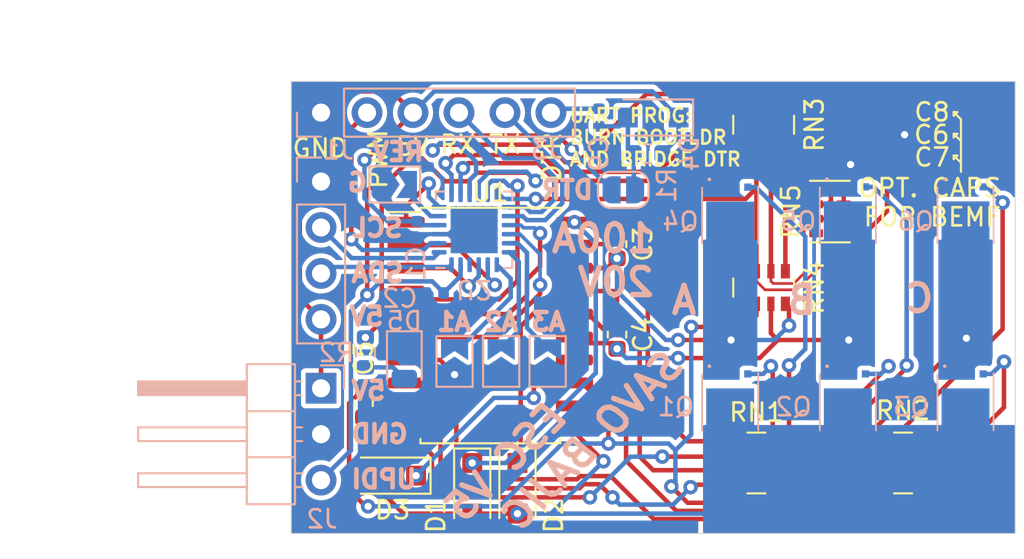
<source format=kicad_pcb>
(kicad_pcb (version 20221018) (generator pcbnew)
  (title_block (title "ESC") (date "2021-11-22") (rev "5") (company "Savo Bajic"))
  (layers (0 "F.Cu" signal) (31 "B.Cu" signal) (34 "B.Paste" user) (35 "F.Paste" user) (36 "B.SilkS" user "B.Silkscreen") (37 "F.SilkS" user "F.Silkscreen") (38 "B.Mask" user) (39 "F.Mask" user) (44 "Edge.Cuts" user))
  (net 0 "")
  (net 1 "GND")
  (net 2 "+5V")
  (net 3 "A_{OUT}")
  (net 4 "/RESET")
  (net 5 "B_{OUT}")
  (net 6 "Net-(D1-K)")
  (net 7 "C_{OUT}")
  (net 8 "Net-(D2-K)")
  (net 9 "/DTR")
  (net 10 "Net-(D3-K)")
  (net 11 "+BATT")
  (net 12 "/SDA")
  (net 13 "/SCL")
  (net 14 "/TX")
  (net 15 "/RX")
  (net 16 "/PWM_{IN}")
  (net 17 "/REVERSE")
  (net 18 "/A_{HOF}")
  (net 19 "/B_{HOF}")
  (net 20 "/C_{HOF}")
  (net 21 "/A_{LOF}")
  (net 22 "/B_{LOF}")
  (net 23 "/C_{LOF}")
  (net 24 "/A_{HO}")
  (net 25 "/A_{LO}")
  (net 26 "/B_{HO}")
  (net 27 "/B_{LO}")
  (net 28 "/C_{HO}")
  (net 29 "/C_{LO}")
  (net 30 "Net-(D4-A)")
  (net 31 "Net-(D5-A)")
  (net 42 "/BEMF_{B}")
  (net 43 "/BEMF_{C}")
  (net 44 "/BEMF_{A}")
  (net 46 "/LED")
  (net 47 "/ADD_{1}")
  (net 48 "/ADD_{2}")
  (net 49 "/ADD_{3}")
  (net 50 "/BEMF_{ZERO}")
  (net 51 "/PWM_{0}")
  (net 52 "/PWM_{1}")
  (net 53 "/PWM_{2}")
  (net 54 "/PWM_{4}")
  (net 55 "/PWM_{3}")
  (net 56 "/PWM_{5}")
  (footprint "Capacitor_SMD:C_0603_1608Metric" (layer "F.Cu") (at 138 149 -90)
    (fp_text reference "C3")
    (fp_text value "1u")
  )
  (footprint "Capacitor_SMD:C_0603_1608Metric" (layer "F.Cu") (at 138 154 -90)
    (fp_text reference "C4")
    (fp_text value "1u")
  )
  (footprint "Capacitor_SMD:C_0603_1608Metric" (layer "F.Cu") (at 124 157.7875 90)
    (fp_text reference "C5")
    (fp_text value "1u")
  )
  (footprint "Capacitor_SMD:C_0402_1005Metric" (layer "F.Cu") (at 153.4 142.95)
    (fp_text reference "C6")
    (fp_text value "1n")
  )
  (footprint "Capacitor_SMD:C_0402_1005Metric" (layer "F.Cu") (at 153.4 144.2)
    (fp_text reference "C7")
    (fp_text value "1n")
  )
  (footprint "Capacitor_SMD:C_0402_1005Metric" (layer "F.Cu") (at 153.4 141.7)
    (fp_text reference "C8")
    (fp_text value "1n")
  )
  (footprint "Diode_SMD:D_SOD-123F" (layer "F.Cu") (at 130 162.5 -90)
    (fp_text reference "D1")
    (fp_text value "DSS15UTR")
  )
  (footprint "Diode_SMD:D_SOD-123F" (layer "F.Cu") (at 132.5 162.5 -90)
    (fp_text reference "D2")
    (fp_text value "DSS15UTR")
  )
  (footprint "Diode_SMD:D_SOD-123F" (layer "F.Cu") (at 125.5 161.8 180)
    (fp_text reference "D3")
    (fp_text value "DSS15UTR")
  )
  (footprint "Resistor_SMD:R_Array_Convex_4x0603" (layer "F.Cu") (at 146.1 151.4 -90)
    (fp_text reference "RN4")
    (fp_text value "33k")
  )
  (footprint "Resistor_SMD:R_Cat16-4" (layer "F.Cu") (at 149.76 147.2)
    (fp_text reference "RN5")
    (fp_text value "10k")
  )
  (footprint "Resistor_SMD:R_Array_Convex_4x0603" (layer "F.Cu") (at 145.7 161.1)
    (fp_text reference "RN1")
    (fp_text value "20")
  )
  (footprint "Resistor_SMD:R_Array_Convex_4x0603" (layer "F.Cu") (at 153.8 161.1 180)
    (fp_text reference "RN2")
    (fp_text value "20")
  )
  (footprint "Resistor_SMD:R_Array_Convex_4x0603" (layer "F.Cu") (at 146.1 142.4 -90)
    (fp_text reference "RN3")
    (fp_text value "33k")
  )
  (footprint "Package_SO:SOIC-20W_7.5x12.8mm_P1.27mm" (layer "F.Cu") (at 131 153.5)
    (fp_text reference "U1")
    (fp_text value "IRS2334S")
  )
  (footprint "Capacitor_SMD:C_0402_1005Metric" (layer "B.Cu") (at 126.948 148.217 -90)
    (fp_text reference "C1")
    (fp_text value "0u1")
  )
  (footprint "Capacitor_SMD:C_0402_1005Metric" (layer "B.Cu") (at 127.933 151.702)
    (fp_text reference "C2")
    (fp_text value "4n7")
  )
  (footprint "Capacitor_SMD:C_0402_1005Metric" (layer "B.Cu") (at 137 142 90)
    (fp_text reference "C9")
    (fp_text value "0u1")
  )
  (footprint "Diode_SMD:D_SOD-123F" (layer "B.Cu") (at 140 142 180)
    (fp_text reference "D4")
    (fp_text value "DSS15UTR")
  )
  (footprint "Connector_PinSocket_2.54mm:PinSocket_1x04_P2.54mm_Vertical" (layer "B.Cu") (at 121.65 145.54 180)
    (fp_text reference "J1")
    (fp_text value "I2C")
  )
  (footprint "Connector_PinHeader_2.54mm:PinHeader_1x03_P2.54mm_Horizontal" (layer "B.Cu") (at 121.65 156.97 180)
    (fp_text reference "J2")
    (fp_text value "UPDI")
  )
  (footprint "Connector_PinSocket_2.54mm:PinSocket_1x06_P2.54mm_Vertical" (layer "B.Cu") (at 121.65 141.73 -90)
    (fp_text reference "J3")
    (fp_text value "SERIAL/PWM")
  )
  (footprint "Jumper:SolderJumper-2_P1.3mm_Open_TrianglePad1.0x1.5mm" (layer "B.Cu") (at 125.723 145.702)
    (fp_text reference "JP1")
    (fp_text value "SolderJumper_2_Open" hide)
  )
  (footprint "Jumper:SolderJumper-2_P1.3mm_Open_TrianglePad1.0x1.5mm" (layer "B.Cu") (at 134.168 155.488 90)
    (fp_text reference "JP2")
    (fp_text value "SolderJumper_2_Open" hide)
  )
  (footprint "Jumper:SolderJumper-2_P1.3mm_Open_TrianglePad1.0x1.5mm" (layer "B.Cu") (at 129.025 155.488 90)
    (fp_text reference "JP4")
    (fp_text value "SolderJumper_2_Open" hide)
  )
  (footprint "Jumper:SolderJumper-2_P1.3mm_Open_RoundedPad1.0x1.5mm" (layer "B.Cu") (at 138.35 146 180)
    (fp_text reference "JP5")
    (fp_text value "SolderJumper_2_Open" hide)
  )
  (footprint "Package_DFN_QFN:QFN-24-1EP_4x4mm_P0.5mm_EP2.6x2.6mm" (layer "B.Cu") (at 130.108 148.202)
    (fp_text reference "U2")
    (fp_text value "ATtiny1617-M")
  )
  (footprint "esc:TPN2R903PLL1Q" (layer "B.Cu") (at 144.25 157.75)
    (fp_text reference "Q1")
    (fp_text value "TPN2R903PL" hide)
  )
  (footprint "esc:TPN2R903PLL1Q" (layer "B.Cu") (at 150.75 157.75)
    (fp_text reference "Q2")
    (fp_text value "TPN2R903PL" hide)
  )
  (footprint "esc:TPN2R903PLL1Q" (layer "B.Cu") (at 157.25 157.75)
    (fp_text reference "Q3")
    (fp_text value "TPN2R903PL" hide)
  )
  (footprint "esc:TPN2R903PLL1Q" (layer "B.Cu") (at 144.25 147.425)
    (fp_text reference "Q4")
    (fp_text value "TPN2R903PL" hide)
  )
  (footprint "esc:TPN2R903PLL1Q" (layer "B.Cu") (at 150.75 147.41)
    (fp_text reference "Q5")
    (fp_text value "TPN2R903PL" hide)
  )
  (footprint "esc:TPN2R903PLL1Q" (layer "B.Cu") (at 157.25 147.41)
    (fp_text reference "Q6")
    (fp_text value "TPN2R903PL" hide)
  )
  (footprint "Resistor_SMD:R_0603_1608Metric" (layer "B.Cu") (at 139.7125 144 180)
    (fp_text reference "R1")
    (fp_text value "10k")
  )
  (footprint "Jumper:SolderJumper-2_P1.3mm_Open_TrianglePad1.0x1.5mm" (layer "B.Cu") (at 131.6 155.488 90)
    (fp_text reference "JP3")
    (fp_text value "SolderJumper_2_Open" hide)
  )
  (footprint "Resistor_SMD:R_0603_1608Metric" (layer "B.Cu") (at 124.1 154.9875 -90)
    (fp_text reference "R2")
    (fp_text value "330")
  )
  (footprint "LED_SMD:LED_0805_2012Metric" (layer "B.Cu") (at 126.25 155.5 -90)
    (fp_text reference "D5")
    (fp_text value "STATUS")
  )
  (gr_line (start 156.6 141.9) (end 156.6 141.7) (stroke (width 0.12)) (layer "F.SilkS"))
  (gr_line (start 156.6 144.1) (end 156.8 144.1) (stroke (width 0.12)) (layer "F.SilkS"))
  (gr_line (start 157 144.5) (end 156.6 144.1) (stroke (width 0.12)) (layer "F.SilkS"))
  (gr_line (start 156.8 144.1) (end 156.6 144.3) (stroke (width 0.12)) (layer "F.SilkS"))
  (gr_line (start 156.6 144.3) (end 156.6 144.1) (stroke (width 0.12)) (layer "F.SilkS"))
  (gr_line (start 156.8 141.7) (end 156.6 141.9) (stroke (width 0.12)) (layer "F.SilkS"))
  (gr_line (start 156.8 142.9) (end 156.6 143.1) (stroke (width 0.12)) (layer "F.SilkS"))
  (gr_line (start 156.6 141.7) (end 156.8 141.7) (stroke (width 0.12)) (layer "F.SilkS"))
  (gr_line (start 156.6 142.9) (end 156.8 142.9) (stroke (width 0.12)) (layer "F.SilkS"))
  (gr_line (start 157 145) (end 157 142.1) (stroke (width 0.12)) (layer "F.SilkS"))
  (gr_line (start 157 142.1) (end 156.6 141.7) (stroke (width 0.12)) (layer "F.SilkS"))
  (gr_line (start 157 143.3) (end 156.6 142.9) (stroke (width 0.12)) (layer "F.SilkS"))
  (gr_line (start 156.6 143.1) (end 156.6 142.9) (stroke (width 0.12)) (layer "F.SilkS"))
  (gr_line (start 160 140) (end 120 140) (stroke (width 0.05)) (layer "Edge.Cuts"))
  (gr_line (start 160 165) (end 160 140) (stroke (width 0.05)) (layer "Edge.Cuts"))
  (gr_line (start 120 140) (end 120 165) (stroke (width 0.05)) (layer "Edge.Cuts"))
  (gr_line (start 120 165) (end 160 165) (stroke (width 0.05)) (layer "Edge.Cuts"))
  (gr_text "A" (at 141.7 152.1) (layer "B.SilkS") (effects (font (size 1.5 1.5) (thickness 0.3)) (justify mirror)))
  (gr_text "5V" (at 123.2 157.1) (layer "B.SilkS") (effects (font (size 1 1) (thickness 0.25)) (justify right mirror)))
  (gr_text "B" (at 148.2 152.1) (layer "B.SilkS") (effects (font (size 1.5 1.5) (thickness 0.3)) (justify mirror)))
  (gr_text "G" (at 123 145.6) (layer "B.SilkS") (effects (font (size 1 1) (thickness 0.25)) (justify right mirror)))
  (gr_text "ESC V5" (at 131.9 161 45) (layer "B.SilkS") (effects (font (size 1.5 1.5) (thickness 0.3) italic) (justify mirror)))
  (gr_text "A2" (at 131.6 153.3) (layer "B.SilkS") (effects (font (size 1 1) (thickness 0.25)) (justify mirror)))
  (gr_text "A3" (at 134.2 153.3) (layer "B.SilkS") (effects (font (size 1 1) (thickness 0.25)) (justify mirror)))
  (gr_text "DTR" (at 136.8 146) (layer "B.SilkS") (effects (font (size 1 1) (thickness 0.25)) (justify left mirror)))
  (gr_text "A1" (at 129 153.3) (layer "B.SilkS") (effects (font (size 1 1) (thickness 0.25)) (justify mirror)))
  (gr_text "UPDI" (at 123.2 162) (layer "B.SilkS") (effects (font (size 1 1) (thickness 0.25)) (justify right mirror)))
  (gr_text "SCL" (at 123.2 148.1) (layer "B.SilkS") (effects (font (size 1 1) (thickness 0.25)) (justify right mirror)))
  (gr_text "5V" (at 123.1 153) (layer "B.SilkS") (effects (font (size 1 1) (thickness 0.25)) (justify right mirror)))
  (gr_text "REV" (at 125.9 143.9) (layer "B.SilkS") (effects (font (size 1 1) (thickness 0.25)) (justify mirror)))
  (gr_text "SDA" (at 123.2 150.6) (layer "B.SilkS") (effects (font (size 1 1) (thickness 0.25)) (justify right mirror)))
  (gr_text "100A\n20V" (at 140.2 149.9) (layer "B.SilkS") (effects (font (size 1.5 1.5) (thickness 0.3)) (justify left mirror)))
  (gr_text "SAVO BAJIC" (at 136.7 159.8 45) (layer "B.SilkS") (effects (font (size 1.5 1.5) (thickness 0.3) italic) (justify mirror)))
  (gr_text "GND" (at 123.2 159.5) (layer "B.SilkS") (effects (font (size 1 1) (thickness 0.25)) (justify right mirror)))
  (gr_text "C" (at 154.7 152) (layer "B.SilkS") (effects (font (size 1.5 1.5) (thickness 0.3)) (justify mirror)))
  (gr_text "PWM" (at 124.8 144.3 90) (layer "F.SilkS") (effects (font (size 1 1))))
  (gr_text "UART PROG:\nBURN BOOTLDR\nAND BRIDGE DTR" (at 135.3 143.1) (layer "F.SilkS") (effects (font (size 0.75 0.75)) (justify left)))
  (gr_text "RX" (at 129.2 143.5) (layer "F.SilkS") (effects (font (size 1 1))))
  (gr_text "5V" (at 126.7 143.6) (layer "F.SilkS") (effects (font (size 1 1))))
  (gr_text "GND" (at 121.6 143.7) (layer "F.SilkS") (effects (font (size 1 1))))
  (gr_text "DTR" (at 134.4 144.2 90) (layer "F.SilkS") (effects (font (size 1 1))))
  (gr_text "OPT. CAPS\nFOR BEMF" (at 159.3 146.7) (layer "F.SilkS") (effects (font (size 1 1)) (justify right)))
  (gr_text "TX" (at 131.8 143.5) (layer "F.SilkS") (effects (font (size 1 1))))
  (segment (start 150.52 147.6) (end 150.52 146.8) (width 0.25) (layer "F.Cu") (net 1))
  (segment (start 126.35 155.405) (end 128.217 155.405) (width 0.25) (layer "F.Cu") (net 1))
  (segment (start 150.52 144.98) (end 150.9 144.6) (width 0.25) (layer "F.Cu") (net 1))
  (segment (start 150.52 146) (end 150.52 144.98) (width 0.25) (layer "F.Cu") (net 1))
  (segment (start 150.52 146.8) (end 150.52 146) (width 0.25) (layer "F.Cu") (net 1))
  (segment (start 153.885 144.2) (end 153.885 142.95) (width 0.25) (layer "F.Cu") (net 1))
  (segment (start 128.217 155.405) (end 129.025 156.213) (width 0.25) (layer "F.Cu") (net 1))
  (segment (start 153.885 142.95) (end 153.885 141.7) (width 0.25) (layer "F.Cu") (net 1))
  (via (at 153.885 142.95) (size 0.8) (drill 0.4) (layers "F.Cu" "B.Cu") (net 1))
  (via (at 129.025 156.213) (size 0.8) (drill 0.4) (layers "F.Cu" "B.Cu") (net 1))
  (via (at 150.9 144.6) (size 0.8) (drill 0.4) (layers "F.Cu" "B.Cu") (net 1))
  (segment (start 150.9 145.66) (end 151.075 145.835) (width 0.25) (layer "B.Cu") (net 1))
  (segment (start 150.9 144.6) (end 150.9 145.66) (width 0.25) (layer "B.Cu") (net 1))
  (segment (start 120.539999 140.554999) (end 120.474999 140.619999) (width 0.25) (layer "F.Cu") (net 2))
  (segment (start 124.11 144.35) (end 124.05 144.35) (width 0.25) (layer "F.Cu") (net 2))
  (segment (start 121.65 153.16) (end 121.65 156.97) (width 0.25) (layer "F.Cu") (net 2))
  (segment (start 126.73 141.73) (end 125.554999 140.554999) (width 0.25) (layer "F.Cu") (net 2))
  (segment (start 126.73 141.73) (end 124.11 144.35) (width 0.25) (layer "F.Cu") (net 2))
  (segment (start 120.474999 151.984999) (end 121.65 153.16) (width 0.25) (layer "F.Cu") (net 2))
  (segment (start 120.474999 140.619999) (end 120.474999 151.984999) (width 0.25) (layer "F.Cu") (net 2))
  (segment (start 125.554999 140.554999) (end 120.539999 140.554999) (width 0.25) (layer "F.Cu") (net 2))
  (via (at 124.05 144.35) (size 0.8) (drill 0.4) (layers "F.Cu" "B.Cu") (net 2))
  (segment (start 141.4 142) (end 141.4 143.1) (width 0.25) (layer "B.Cu") (net 2))
  (segment (start 127.168 147.952) (end 126.948 147.732) (width 0.25) (layer "B.Cu") (net 2))
  (segment (start 124.05 144.35) (end 124.05 146.463636) (width 0.25) (layer "B.Cu") (net 2))
  (segment (start 126.73 141.73) (end 127.905001 140.554999) (width 0.25) (layer "B.Cu") (net 2))
  (segment (start 125.318364 147.732) (end 126.948 147.732) (width 0.25) (layer "B.Cu") (net 2))
  (segment (start 128.1705 147.952) (end 127.168 147.952) (width 0.25) (layer "B.Cu") (net 2))
  (segment (start 124.05 146.463636) (end 125.318364 147.732) (width 0.25) (layer "B.Cu") (net 2))
  (segment (start 139.954999 140.554999) (end 127.905001 140.554999) (width 0.25) (layer "B.Cu") (net 2))
  (segment (start 141.4 142) (end 139.954999 140.554999) (width 0.25) (layer "B.Cu") (net 2))
  (segment (start 141.4 143.1) (end 140.5 144) (width 0.25) (layer "B.Cu") (net 2))
  (segment (start 135.65 150.325) (end 137.4625 150.325) (width 0.25) (layer "F.Cu") (net 3))
  (segment (start 141.375 154.3) (end 144.3 154.3) (width 0.25) (layer "F.Cu") (net 3))
  (segment (start 147.5 152.5) (end 147.3 152.3) (width 0.25) (layer "F.Cu") (net 3))
  (segment (start 137.4625 150.325) (end 138 149.7875) (width 0.25) (layer "F.Cu") (net 3))
  (segment (start 147.5 153.5) (end 147.5 152.5) (width 0.25) (layer "F.Cu") (net 3))
  (via (at 147.5 153.5) (size 0.8) (drill 0.4) (layers "F.Cu" "B.Cu") (net 3))
  (via (at 144.3 154.3) (size 0.8) (drill 0.4) (layers "F.Cu" "B.Cu") (net 3))
  (via (at 141.375 154.3) (size 0.8) (drill 0.4) (layers "F.Cu" "B.Cu") (net 3))
  (via (at 138 149.7875) (size 0.8) (drill 0.4) (layers "F.Cu" "B.Cu") (net 3))
  (segment (start 140.7 154.3) (end 141.375 154.3) (width 0.25) (layer "B.Cu") (net 3))
  (segment (start 138 151.6) (end 140.7 154.3) (width 0.25) (layer "B.Cu") (net 3))
  (segment (start 146.7 154.3) (end 147.5 153.5) (width 0.25) (layer "B.Cu") (net 3))
  (segment (start 143.925 148.075) (end 144.25 147.75) (width 0.25) (layer "B.Cu") (net 3))
  (segment (start 138 149.7875) (end 138 151.6) (width 0.25) (layer "B.Cu") (net 3))
  (segment (start 144.3 154.3) (end 146.7 154.3) (width 0.25) (layer "B.Cu") (net 3))
  (segment (start 143.275 155.325) (end 144.3 154.3) (width 0.25) (layer "B.Cu") (net 3))
  (segment (start 143.925 149) (end 143.925 148.075) (width 0.25) (layer "B.Cu") (net 3))
  (segment (start 143.275 156.175) (end 143.275 155.325) (width 0.25) (layer "B.Cu") (net 3))
  (segment (start 134.75 143) (end 135.5 143.75) (width 0.25) (layer "F.Cu") (net 4))
  (segment (start 124.2 151.8) (end 124.2 146.05) (width 0.25) (layer "F.Cu") (net 4))
  (segment (start 127.25 143) (end 134.75 143) (width 0.25) (layer "F.Cu") (net 4))
  (segment (start 124.2 146.05) (end 127.25 143) (width 0.25) (layer "F.Cu") (net 4))
  (via (at 135.5 143.75) (size 0.8) (drill 0.4) (layers "F.Cu" "B.Cu") (net 4))
  (via (at 124.2 151.8) (size 0.8) (drill 0.4) (layers "F.Cu" "B.Cu") (net 4))
  (segment (start 124.2 151.8) (end 124.94301 151.05699) (width 0.25) (layer "B.Cu") (net 4))
  (segment (start 128.418 151.702) (end 129.358 150.762) (width 0.25) (layer "B.Cu") (net 4))
  (segment (start 127.791222 151.05699) (end 128.418 151.683768) (width 0.25) (layer "B.Cu") (net 4))
  (segment (start 124.94301 151.05699) (end 127.791222 151.05699) (width 0.25) (layer "B.Cu") (net 4))
  (segment (start 123.30048 160.39952) (end 123.30048 152.69952) (width 0.25) (layer "B.Cu") (net 4))
  (segment (start 121.65 162.05) (end 123.30048 160.39952) (width 0.25) (layer "B.Cu") (net 4))
  (segment (start 128.418 151.683768) (end 128.418 151.702) (width 0.25) (layer "B.Cu") (net 4))
  (segment (start 129.358 150.762) (end 129.358 150.1395) (width 0.25) (layer "B.Cu") (net 4))
  (segment (start 137.7 146) (end 135.5 143.8) (width 0.25) (layer "B.Cu") (net 4))
  (segment (start 135.5 143.8) (end 135.5 143.75) (width 0.25) (layer "B.Cu") (net 4))
  (segment (start 123.30048 152.69952) (end 124.2 151.8) (width 0.25) (layer "B.Cu") (net 4))
  (segment (start 146.5 152.3) (end 146.5 153.923002) (width 0.25) (layer "F.Cu") (net 5))
  (segment (start 146.5 153.923002) (end 146.876998 154.3) (width 0.25) (layer "F.Cu") (net 5))
  (segment (start 145.876995 155.300003) (end 146.876998 154.3) (width 0.25) (layer "F.Cu") (net 5))
  (segment (start 145.876995 155.300003) (end 141.375003 155.300003) (width 0.25) (layer "F.Cu") (net 5))
  (segment (start 141.375003 155.300003) (end 141.375 155.3) (width 0.25) (layer "F.Cu") (net 5))
  (segment (start 135.65 154.135) (end 135.989999 154.474999) (width 0.25) (layer "F.Cu") (net 5))
  (segment (start 135.989999 154.474999) (end 137.687499 154.474999) (width 0.25) (layer "F.Cu") (net 5))
  (segment (start 146.876998 154.3) (end 150.8 154.3) (width 0.25) (layer "F.Cu") (net 5))
  (segment (start 137.687499 154.474999) (end 138 154.7875) (width 0.25) (layer "F.Cu") (net 5))
  (via (at 141.375 155.3) (size 0.8) (drill 0.4) (layers "F.Cu" "B.Cu") (net 5))
  (via (at 150.8 154.3) (size 0.8) (drill 0.4) (layers "F.Cu" "B.Cu") (net 5))
  (via (at 138 154.7875) (size 0.8) (drill 0.4) (layers "F.Cu" "B.Cu") (net 5))
  (segment (start 149.775 155.325) (end 150.8 154.3) (width 0.25) (layer "B.Cu") (net 5))
  (segment (start 149.775 155.675) (end 149.775 155.375) (width 0.25) (layer "B.Cu") (net 5))
  (segment (start 138.512503 155.300003) (end 140.7 155.300003) (width 0.25) (layer "B.Cu") (net 5))
  (segment (start 150.425 148.06) (end 150.75 147.735) (width 0.25) (layer "B.Cu") (net 5))
  (segment (start 149.775 155.675) (end 149.775 155.325) (width 0.25) (layer "B.Cu") (net 5))
  (segment (start 140.700003 155.3) (end 140.7 155.300003) (width 0.25) (layer "B.Cu") (net 5))
  (segment (start 150.425 148.985) (end 150.425 148.06) (width 0.25) (layer "B.Cu") (net 5))
  (segment (start 149.775 156.175) (end 149.775 155.675) (width 0.25) (layer "B.Cu") (net 5))
  (segment (start 141.375 155.3) (end 140.700003 155.3) (width 0.25) (layer "B.Cu") (net 5))
  (segment (start 138 154.7875) (end 138.512503 155.300003) (width 0.25) (layer "B.Cu") (net 5))
  (segment (start 135.65 147.785) (end 137.5725 147.785) (width 0.25) (layer "F.Cu") (net 6))
  (segment (start 137.5725 147.785) (end 138 148.2125) (width 0.25) (layer "F.Cu") (net 6))
  (via (at 130 161.1) (size 0.8) (drill 0.4) (layers "F.Cu" "B.Cu") (net 6))
  (via (at 135.65 147.785) (size 0.8) (drill 0.4) (layers "F.Cu" "B.Cu") (net 6))
  (segment (start 136.825011 148.960011) (end 136.82501 156.12499) (width 0.25) (layer "B.Cu") (net 6))
  (segment (start 135.65 147.785) (end 136.825011 148.960011) (width 0.25) (layer "B.Cu") (net 6))
  (segment (start 136.82501 156.12499) (end 131.85 161.1) (width 0.25) (layer "B.Cu") (net 6))
  (segment (start 131.85 161.1) (end 130 161.1) (width 0.25) (layer "B.Cu") (net 6))
  (segment (start 145.075 153.575) (end 142.1 153.575) (width 0.25) (layer "F.Cu") (net 7))
  (segment (start 141 162.4) (end 141.9 163.3) (width 0.25) (layer "F.Cu") (net 7))
  (segment (start 145.7 152.3) (end 145.7 152.95) (width 0.25) (layer "F.Cu") (net 7))
  (segment (start 141.9 163.3) (end 148.12718 163.3) (width 0.25) (layer "F.Cu") (net 7))
  (segment (start 124.114998 163.5) (end 124.25 163.5) (width 0.25) (layer "F.Cu") (net 7))
  (segment (start 124 157) (end 123.19999 157.80001) (width 0.25) (layer "F.Cu") (net 7))
  (segment (start 123.19999 157.80001) (end 123.19999 162.584992) (width 0.25) (layer "F.Cu") (net 7))
  (segment (start 137.524999 158.794999) (end 137.524999 160.024999) (width 0.25) (layer "F.Cu") (net 7))
  (segment (start 157.22718 154.2) (end 157.3 154.2) (width 0.25) (layer "F.Cu") (net 7))
  (segment (start 136.675 157.945) (end 137.524999 158.794999) (width 0.25) (layer "F.Cu") (net 7))
  (segment (start 148.12718 163.3) (end 157.22718 154.2) (width 0.25) (layer "F.Cu") (net 7))
  (segment (start 135.65 157.945) (end 136.675 157.945) (width 0.25) (layer "F.Cu") (net 7))
  (segment (start 123.19999 162.584992) (end 124.114998 163.5) (width 0.25) (layer "F.Cu") (net 7))
  (segment (start 145.7 152.95) (end 145.075 153.575) (width 0.25) (layer "F.Cu") (net 7))
  (segment (start 124.325 156.675) (end 124 157) (width 0.25) (layer "F.Cu") (net 7))
  (via (at 142.1 153.575) (size 0.8) (drill 0.4) (layers "F.Cu" "B.Cu") (net 7))
  (via (at 137.524999 160.024999) (size 0.8) (drill 0.4) (layers "F.Cu" "B.Cu") (net 7))
  (via (at 124.25 163.5) (size 0.8) (drill 0.4) (layers "F.Cu" "B.Cu") (net 7))
  (via (at 141 162.4) (size 0.8) (drill 0.4) (layers "F.Cu" "B.Cu") (net 7))
  (via (at 157.3 154.2) (size 0.8) (drill 0.4) (layers "F.Cu" "B.Cu") (net 7))
  (segment (start 134.975001 160.024999) (end 137.524999 160.024999) (width 0.25) (layer "B.Cu") (net 7))
  (segment (start 157.3 155.8) (end 156.925 156.175) (width 0.25) (layer "B.Cu") (net 7))
  (segment (start 140.848001 160.024999) (end 141.225001 160.401999) (width 0.25) (layer "B.Cu") (net 7))
  (segment (start 134.5 160.5) (end 134.975001 160.024999) (width 0.25) (layer "B.Cu") (net 7))
  (segment (start 137.524999 160.024999) (end 140.848001 160.024999) (width 0.25) (layer "B.Cu") (net 7))
  (segment (start 124.25 163.5) (end 131.5 163.5) (width 0.25) (layer "B.Cu") (net 7))
  (segment (start 156.925 148.985) (end 156.925 148.06) (width 0.25) (layer "B.Cu") (net 7))
  (segment (start 141.225001 160.401999) (end 141.225001 162.174999) (width 0.25) (layer "B.Cu") (net 7))
  (segment (start 141.225001 160.401999) (end 142.1 159.526998) (width 0.25) (layer "B.Cu") (net 7))
  (segment (start 131.5 163.5) (end 134.5 160.5) (width 0.25) (layer "B.Cu") (net 7))
  (segment (start 141.225001 162.174999) (end 141 162.4) (width 0.25) (layer "B.Cu") (net 7))
  (segment (start 156.925 148.06) (end 157.25 147.735) (width 0.25) (layer "B.Cu") (net 7))
  (segment (start 157.3 154.2) (end 157.3 155.8) (width 0.25) (layer "B.Cu") (net 7))
  (segment (start 142.1 159.526998) (end 142.1 153.575) (width 0.25) (layer "B.Cu") (net 7))
  (segment (start 137.6525 152.865) (end 138 153.2125) (width 0.25) (layer "F.Cu") (net 8))
  (segment (start 134.625 151.595) (end 132.675921 153.544079) (width 0.25) (layer "F.Cu") (net 8))
  (segment (start 132.675921 153.544079) (end 132.675921 160.924079) (width 0.25) (layer "F.Cu") (net 8))
  (segment (start 135.65 151.595) (end 137.79145 151.595) (width 0.25) (layer "F.Cu") (net 8))
  (segment (start 138 151.80355) (end 138 153.2125) (width 0.25) (layer "F.Cu") (net 8))
  (segment (start 137.79145 151.595) (end 138 151.80355) (width 0.25) (layer "F.Cu") (net 8))
  (segment (start 135.65 151.595) (end 134.625 151.595) (width 0.25) (layer "F.Cu") (net 8))
  (segment (start 132.675921 160.924079) (end 132.5 161.1) (width 0.25) (layer "F.Cu") (net 8))
  (segment (start 137 141.515) (end 136.485 141.515) (width 0.25) (layer "B.Cu") (net 9))
  (segment (start 136.485 141.515) (end 134.565 141.515) (width 0.25) (layer "B.Cu") (net 9))
  (segment (start 136.5 141.515) (end 136.485 141.515) (width 0.25) (layer "B.Cu") (net 9))
  (segment (start 134.565 141.515) (end 134.35 141.73) (width 0.25) (layer "B.Cu") (net 9))
  (segment (start 124 158.575) (end 124 158.9) (width 0.25) (layer "F.Cu") (net 10))
  (segment (start 134.930236 155.405) (end 135.65 155.405) (width 0.25) (layer "F.Cu") (net 10))
  (segment (start 133.400921 156.934315) (end 134.930236 155.405) (width 0.25) (layer "F.Cu") (net 10))
  (segment (start 133.400921 157.5) (end 133.400921 156.934315) (width 0.25) (layer "F.Cu") (net 10))
  (segment (start 124 158.9) (end 126.9 161.8) (width 0.25) (layer "F.Cu") (net 10))
  (via (at 126.9 161.8) (size 0.8) (drill 0.4) (layers "F.Cu" "B.Cu") (net 10))
  (via (at 133.400921 157.5) (size 0.8) (drill 0.4) (layers "F.Cu" "B.Cu") (net 10))
  (segment (start 131.2 157.5) (end 133.400921 157.5) (width 0.25) (layer "B.Cu") (net 10))
  (segment (start 126.9 161.8) (end 131.2 157.5) (width 0.25) (layer "B.Cu") (net 10))
  (segment (start 124.1 161.8) (end 126.2 163.9) (width 0.25) (layer "F.Cu") (net 11))
  (segment (start 126.2 163.9) (end 130 163.9) (width 0.25) (layer "F.Cu") (net 11))
  (segment (start 135.65 159.215) (end 135.65 159.4) (width 0.25) (layer "F.Cu") (net 11))
  (segment (start 132.5 163.9) (end 130 163.9) (width 0.25) (layer "F.Cu") (net 11))
  (segment (start 135.65 159.4) (end 137.25 161) (width 0.25) (layer "F.Cu") (net 11))
  (via (at 132.5 163.9) (size 0.8) (drill 0.4) (layers "F.Cu" "B.Cu") (net 11))
  (via (at 137.25 161) (size 0.8) (drill 0.4) (layers "F.Cu" "B.Cu") (net 11))
  (segment (start 156.925 158.4) (end 157.25 158.075) (width 0.25) (layer "B.Cu") (net 11))
  (segment (start 150.425 158.4) (end 150.75 158.075) (width 0.25) (layer "B.Cu") (net 11))
  (segment (start 156.925 159.325) (end 156.925 158.4) (width 0.25) (layer "B.Cu") (net 11))
  (segment (start 144.7 163.9) (end 144.25 163.45) (width 0.25) (layer "B.Cu") (net 11))
  (segment (start 134.35 163.9) (end 144.7 163.9) (width 0.25) (layer "B.Cu") (net 11))
  (segment (start 150.425 159.325) (end 150.425 158.4) (width 0.25) (layer "B.Cu") (net 11))
  (segment (start 134.35 163.9) (end 135.1 163.9) (width 0.25) (layer "B.Cu") (net 11))
  (segment (start 137.25 161) (end 134.35 163.9) (width 0.25) (layer "B.Cu") (net 11))
  (segment (start 134.35 163.9) (end 132.5 163.9) (width 0.25) (layer "B.Cu") (net 11))
  (segment (start 144.25 163.45) (end 144.25 158.075) (width 0.25) (layer "B.Cu") (net 11))
  (segment (start 122.0055 150.2645) (end 121.65 150.62) (width 0.25) (layer "B.Cu") (net 12))
  (segment (start 128.858 150.1395) (end 128.733 150.2645) (width 0.25) (layer "B.Cu") (net 12))
  (segment (start 128.733 150.2645) (end 122.0055 150.2645) (width 0.25) (layer "B.Cu") (net 12))
  (segment (start 127.85048 149.77202) (end 123.34202 149.77202) (width 0.25) (layer "B.Cu") (net 13))
  (segment (start 123.34202 149.77202) (end 121.65 148.08) (width 0.25) (layer "B.Cu") (net 13))
  (segment (start 128.1705 149.452) (end 127.85048 149.77202) (width 0.25) (layer "B.Cu") (net 13))
  (segment (start 133.013699 147.673534) (end 134.03282 147.673534) (width 0.25) (layer "B.Cu") (net 14))
  (segment (start 132.0455 147.452) (end 132.792165 147.452) (width 0.25) (layer "B.Cu") (net 14))
  (segment (start 131.81 141.73) (end 134.978177 144.898177) (width 0.25) (layer "B.Cu") (net 14))
  (segment (start 134.978177 146.728177) (end 134.978177 146.478177) (width 0.25) (layer "B.Cu") (net 14))
  (segment (start 132.792165 147.452) (end 133.013699 147.673534) (width 0.25) (layer "B.Cu") (net 14))
  (segment (start 134.03282 147.673534) (end 134.978177 146.728177) (width 0.25) (layer "B.Cu") (net 14))
  (segment (start 134.978177 144.898177) (end 134.978177 146.478177) (width 0.25) (layer "B.Cu") (net 14))
  (segment (start 131.75 144.25) (end 131.75 144.21) (width 0.25) (layer "B.Cu") (net 15))
  (segment (start 133.199897 147.224014) (end 133.8333 147.224014) (width 0.25) (layer "B.Cu") (net 15))
  (segment (start 133.5 144.25) (end 131.75 144.25) (width 0.25) (layer "B.Cu") (net 15))
  (segment (start 134.528657 146.528657) (end 134.528657 145.278657) (width 0.25) (layer "B.Cu") (net 15))
  (segment (start 133.8333 147.224014) (end 134.528657 146.528657) (width 0.25) (layer "B.Cu") (net 15))
  (segment (start 132.927883 146.952) (end 133.199897 147.224014) (width 0.25) (layer "B.Cu") (net 15))
  (segment (start 132.0455 146.952) (end 132.927883 146.952) (width 0.25) (layer "B.Cu") (net 15))
  (segment (start 131.75 144.21) (end 129.27 141.73) (width 0.25) (layer "B.Cu") (net 15))
  (segment (start 134.528657 145.278657) (end 133.5 144.25) (width 0.25) (layer "B.Cu") (net 15))
  (segment (start 132.0455 146.952) (end 132.073818 146.980318) (width 0.25) (layer "B.Cu") (net 15))
  (segment (start 123.325 148.725) (end 123.325 142.595) (width 0.25) (layer "F.Cu") (net 16))
  (segment (start 123.325 142.595) (end 124.19 141.73) (width 0.25) (layer "F.Cu") (net 16))
  (via (at 123.325 148.725) (size 0.8) (drill 0.4) (layers "F.Cu" "B.Cu") (net 16))
  (segment (start 127.686232 148.952) (end 127.316222 149.32201) (width 0.25) (layer "B.Cu") (net 16))
  (segment (start 127.316222 149.32201) (end 123.92201 149.32201) (width 0.25) (layer "B.Cu") (net 16))
  (segment (start 128.1705 148.952) (end 128.1705 148.9795) (width 0.25) (layer "B.Cu") (net 16))
  (segment (start 128.1705 148.9795) (end 128.14801 149.00199) (width 0.25) (layer "B.Cu") (net 16))
  (segment (start 123.92201 149.32201) (end 123.325 148.725) (width 0.25) (layer "B.Cu") (net 16))
  (segment (start 128.1705 148.952) (end 127.686232 148.952) (width 0.25) (layer "B.Cu") (net 16))
  (segment (start 127.709978 147.452) (end 126.448 146.190022) (width 0.25) (layer "B.Cu") (net 17))
  (segment (start 126.448 146.190022) (end 126.448 145.702) (width 0.25) (layer "B.Cu") (net 17))
  (segment (start 128.1705 147.452) (end 127.709978 147.452) (width 0.25) (layer "B.Cu") (net 17))
  (segment (start 146.6 155.85) (end 146.5 155.75) (width 0.25) (layer "F.Cu") (net 18))
  (segment (start 146.6 159.9) (end 146.6 155.85) (width 0.25) (layer "F.Cu") (net 18))
  (via (at 146.5 155.75) (size 0.8) (drill 0.4) (layers "F.Cu" "B.Cu") (net 18))
  (segment (start 145.225 156.175) (end 146.075 156.175) (width 0.25) (layer "B.Cu") (net 18))
  (segment (start 146.075 156.175) (end 146.5 155.75) (width 0.25) (layer "B.Cu") (net 18))
  (segment (start 147.25 161.5) (end 146.6 161.5) (width 0.25) (layer "F.Cu") (net 19))
  (segment (start 153 155.75) (end 147.25 161.5) (width 0.25) (layer "F.Cu") (net 19))
  (via (at 153 155.75) (size 0.8) (drill 0.4) (layers "F.Cu" "B.Cu") (net 19))
  (segment (start 151.725 156.175) (end 152.575 156.175) (width 0.25) (layer "B.Cu") (net 19))
  (segment (start 152.575 156.175) (end 153 155.75) (width 0.25) (layer "B.Cu") (net 19))
  (segment (start 159.375 158.025) (end 159.375 155.5) (width 0.25) (layer "F.Cu") (net 20))
  (segment (start 154.7 159.9) (end 157.5 159.9) (width 0.25) (layer "F.Cu") (net 20))
  (segment (start 157.5 159.9) (end 159.375 158.025) (width 0.25) (layer "F.Cu") (net 20))
  (via (at 159.375 155.5) (size 0.8) (drill 0.4) (layers "F.Cu" "B.Cu") (net 20))
  (segment (start 158.7 156.175) (end 159.375 155.5) (width 0.25) (layer "B.Cu") (net 20))
  (segment (start 158.225 156.175) (end 158.7 156.175) (width 0.25) (layer "B.Cu") (net 20))
  (segment (start 146.6 160.7) (end 147.25 160.7) (width 0.25) (layer "F.Cu") (net 21))
  (segment (start 147.25 160.7) (end 147.5 160.45) (width 0.25) (layer "F.Cu") (net 21))
  (segment (start 147.5 160.45) (end 147.5 155.7) (width 0.25) (layer "F.Cu") (net 21))
  (via (at 147.5 155.7) (size 0.8) (drill 0.4) (layers "F.Cu" "B.Cu") (net 21))
  (segment (start 147.5 155.7) (end 148.4 154.8) (width 0.25) (layer "B.Cu") (net 21))
  (segment (start 148.4 154.8) (end 148.4 148.575) (width 0.25) (layer "B.Cu") (net 21))
  (segment (start 148.4 148.575) (end 145.675 145.85) (width 0.25) (layer "B.Cu") (net 21))
  (segment (start 145.675 145.85) (end 145.225 145.85) (width 0.25) (layer "B.Cu") (net 21))
  (segment (start 154 155.823002) (end 154 155.7) (width 0.25) (layer "F.Cu") (net 22))
  (segment (start 146.6 162.3) (end 147.523002 162.3) (width 0.25) (layer "F.Cu") (net 22))
  (segment (start 147.523002 162.3) (end 154 155.823002) (width 0.25) (layer "F.Cu") (net 22))
  (via (at 154 155.7) (size 0.8) (drill 0.4) (layers "F.Cu" "B.Cu") (net 22))
  (segment (start 154 155.7) (end 154 147.66) (width 0.25) (layer "B.Cu") (net 22))
  (segment (start 152.175 145.835) (end 151.725 145.835) (width 0.25) (layer "B.Cu") (net 22))
  (segment (start 154 147.66) (end 152.175 145.835) (width 0.25) (layer "B.Cu") (net 22))
  (segment (start 154.7 160.7) (end 154.05 160.7) (width 0.25) (layer "F.Cu") (net 23))
  (segment (start 154.05 160.7) (end 153.974999 160.624999) (width 0.25) (layer "F.Cu") (net 23))
  (segment (start 153.974999 159.025001) (end 159.3 153.7) (width 0.25) (layer "F.Cu") (net 23))
  (segment (start 153.974999 160.624999) (end 153.974999 159.025001) (width 0.25) (layer "F.Cu") (net 23))
  (segment (start 159.3 153.7) (end 159.3 146.7) (width 0.25) (layer "F.Cu") (net 23))
  (via (at 159.3 146.7) (size 0.8) (drill 0.4) (layers "F.Cu" "B.Cu") (net 23))
  (segment (start 158.225 145.835) (end 158.435 145.835) (width 0.25) (layer "B.Cu") (net 23))
  (segment (start 158.435 145.835) (end 159.3 146.7) (width 0.25) (layer "B.Cu") (net 23))
  (segment (start 138.75 149) (end 139.70003 149.95003) (width 0.25) (layer "F.Cu") (net 24))
  (segment (start 135.65 149.055) (end 135.705 149) (width 0.25) (layer "F.Cu") (net 24))
  (segment (start 139.70003 149.95003) (end 139.70003 157.70003) (width 0.25) (layer "F.Cu") (net 24))
  (segment (start 141.9 159.9) (end 144.8 159.9) (width 0.25) (layer "F.Cu") (net 24))
  (segment (start 135.705 149) (end 138.75 149) (width 0.25) (layer "F.Cu") (net 24))
  (segment (start 139.70003 157.70003) (end 141.9 159.9) (width 0.25) (layer "F.Cu") (net 24))
  (segment (start 140.5 160.75) (end 144.75 160.75) (width 0.25) (layer "F.Cu") (net 25))
  (segment (start 134.5 163) (end 136.5 163) (width 0.25) (layer "F.Cu") (net 25))
  (segment (start 126.35 159.215) (end 127.775001 160.640001) (width 0.25) (layer "F.Cu") (net 25))
  (segment (start 127.775001 162.275001) (end 128.5 163) (width 0.25) (layer "F.Cu") (net 25))
  (segment (start 127.775001 160.640001) (end 127.775001 162.275001) (width 0.25) (layer "F.Cu") (net 25))
  (segment (start 128.5 163) (end 134.5 163) (width 0.25) (layer "F.Cu") (net 25))
  (segment (start 144.75 160.75) (end 144.8 160.7) (width 0.25) (layer "F.Cu") (net 25))
  (via (at 136.5 163) (size 0.8) (drill 0.4) (layers "F.Cu" "B.Cu") (net 25))
  (via (at 140.5 160.75) (size 0.8) (drill 0.4) (layers "F.Cu" "B.Cu") (net 25))
  (segment (start 136.5 163) (end 138.75 160.75) (width 0.25) (layer "B.Cu") (net 25))
  (segment (start 138.75 160.75) (end 140.5 160.75) (width 0.25) (layer "B.Cu") (net 25))
  (segment (start 140 161.5) (end 139.250021 160.750021) (width 0.25) (layer "F.Cu") (net 26))
  (segment (start 139.25002 154.793526) (end 138.481484 154.02499) (width 0.25) (layer "F.Cu") (net 26))
  (segment (start 136.408506 152.865) (end 135.65 152.865) (width 0.25) (layer "F.Cu") (net 26))
  (segment (start 139.250021 160.750021) (end 139.25002 154.793526) (width 0.25) (layer "F.Cu") (net 26))
  (segment (start 137.568496 154.02499) (end 136.408506 152.865) (width 0.25) (layer "F.Cu") (net 26))
  (segment (start 138.481484 154.02499) (end 137.568496 154.02499) (width 0.25) (layer "F.Cu") (net 26))
  (segment (start 144.8 161.5) (end 140 161.5) (width 0.25) (layer "F.Cu") (net 26))
  (segment (start 135.926998 162.5) (end 136.151999 162.274999) (width 0.25) (layer "F.Cu") (net 27))
  (segment (start 127.375 157.945) (end 128.25 158.82) (width 0.25) (layer "F.Cu") (net 27))
  (segment (start 144.8 162.3) (end 142.2 162.3) (width 0.25) (layer "F.Cu") (net 27))
  (segment (start 136.151999 162.274999) (end 137.024999 162.274999) (width 0.25) (layer "F.Cu") (net 27))
  (segment (start 135.25 162.5) (end 135.926998 162.5) (width 0.25) (layer "F.Cu") (net 27))
  (segment (start 137.024999 162.274999) (end 137.75 163) (width 0.25) (layer "F.Cu") (net 27))
  (segment (start 126.35 157.945) (end 127.375 157.945) (width 0.25) (layer "F.Cu") (net 27))
  (segment (start 128.25 162.11359) (end 128.63641 162.5) (width 0.25) (layer "F.Cu") (net 27))
  (segment (start 128.25 158.82) (end 128.25 162.11359) (width 0.25) (layer "F.Cu") (net 27))
  (segment (start 142.2 162.3) (end 142.062653 162.437347) (width 0.25) (layer "F.Cu") (net 27))
  (segment (start 128.63641 162.5) (end 135.25 162.5) (width 0.25) (layer "F.Cu") (net 27))
  (via (at 142.062653 162.437347) (size 0.8) (drill 0.4) (layers "F.Cu" "B.Cu") (net 27))
  (via (at 137.75 163) (size 0.8) (drill 0.4) (layers "F.Cu" "B.Cu") (net 27))
  (segment (start 138.149999 163.399999) (end 137.75 163) (width 0.25) (layer "B.Cu") (net 27))
  (segment (start 142.062653 162.437347) (end 141.100001 163.399999) (width 0.25) (layer "B.Cu") (net 27))
  (segment (start 141.100001 163.399999) (end 138.149999 163.399999) (width 0.25) (layer "B.Cu") (net 27))
  (segment (start 138.5 159.098232) (end 136.076768 156.675) (width 0.25) (layer "F.Cu") (net 28))
  (segment (start 152.25 159.9) (end 148.39999 163.75001) (width 0.25) (layer "F.Cu") (net 28))
  (segment (start 141.277008 163.75001) (end 138.5 160.973002) (width 0.25) (layer "F.Cu") (net 28))
  (segment (start 138.5 160.973002) (end 138.5 159.098232) (width 0.25) (layer "F.Cu") (net 28))
  (segment (start 148.39999 163.75001) (end 141.277008 163.75001) (width 0.25) (layer "F.Cu") (net 28))
  (segment (start 152.9 159.9) (end 152.25 159.9) (width 0.25) (layer "F.Cu") (net 28))
  (segment (start 136.076768 156.675) (end 135.65 156.675) (width 0.25) (layer "F.Cu") (net 28))
  (segment (start 140.023022 164.20002) (end 137.647991 161.824989) (width 0.25) (layer "F.Cu") (net 29))
  (segment (start 152.9 160.7) (end 152.25 160.7) (width 0.25) (layer "F.Cu") (net 29))
  (segment (start 148.74998 164.20002) (end 140.023022 164.20002) (width 0.25) (layer "F.Cu") (net 29))
  (segment (start 129.124999 161.874999) (end 129.124999 158.424999) (width 0.25) (layer "F.Cu") (net 29))
  (segment (start 135.790588 162) (end 129.25 162) (width 0.25) (layer "F.Cu") (net 29))
  (segment (start 135.965599 161.824989) (end 135.790588 162) (width 0.25) (layer "F.Cu") (net 29))
  (segment (start 152.25 160.7) (end 148.74998 164.20002) (width 0.25) (layer "F.Cu") (net 29))
  (segment (start 137.647991 161.824989) (end 135.965599 161.824989) (width 0.25) (layer "F.Cu") (net 29))
  (segment (start 129.124999 158.424999) (end 127.375 156.675) (width 0.25) (layer "F.Cu") (net 29))
  (segment (start 129.25 162) (end 129.124999 161.874999) (width 0.25) (layer "F.Cu") (net 29))
  (segment (start 127.375 156.675) (end 126.35 156.675) (width 0.25) (layer "F.Cu") (net 29))
  (segment (start 138.115 142.485) (end 138.6 142) (width 0.25) (layer "B.Cu") (net 30))
  (segment (start 138.925 145.925) (end 139 146) (width 0.25) (layer "B.Cu") (net 30))
  (segment (start 138.6 142) (end 138.6 143.675) (width 0.25) (layer "B.Cu") (net 30))
  (segment (start 137 142.485) (end 138.115 142.485) (width 0.25) (layer "B.Cu") (net 30))
  (segment (start 138.6 143.675) (end 138.925 144) (width 0.25) (layer "B.Cu") (net 30))
  (segment (start 138.925 144) (end 138.925 145.925) (width 0.25) (layer "B.Cu") (net 30))
  (segment (start 125.625 155.8125) (end 126.25 156.4375) (width 0.25) (layer "B.Cu") (net 31))
  (segment (start 124.1 155.8125) (end 125.625 155.8125) (width 0.25) (layer "B.Cu") (net 31))
  (segment (start 148.344999 150.600003) (end 148.344999 146.925001) (width 0.15) (layer "F.Cu") (net 42))
  (segment (start 144.075001 142.624999) (end 146.374999 142.624999) (width 0.15) (layer "F.Cu") (net 42))
  (segment (start 149.63 146.8) (end 149.814999 146.615001) (width 0.25) (layer "F.Cu") (net 42))
  (segment (start 129.490433 144.799946) (end 129.765423 144.524956) (width 0.25) (layer "F.Cu") (net 42))
  (segment (start 146.5 151.05) (end 146.625001 151.175001) (width 0.15) (layer "F.Cu") (net 42))
  (segment (start 130.453079 144.524956) (end 130.875044 144.524956) (width 0.25) (layer "F.Cu") (net 42))
  (segment (start 149 146.8) (end 149.63 146.8) (width 0.25) (layer "F.Cu") (net 42))
  (segment (start 130.875044 144.524956) (end 133.638546 144.524956) (width 0.25) (layer "F.Cu") (net 42))
  (segment (start 150.95 142.95) (end 152.915 142.95) (width 0.25) (layer "F.Cu") (net 42))
  (segment (start 143.4 143.3) (end 144.075001 142.624999) (width 0.15) (layer "F.Cu") (net 42))
  (segment (start 146.5 142.75) (end 146.5 143.3) (width 0.15) (layer "F.Cu") (net 42))
  (segment (start 146.374999 142.624999) (end 146.5 142.75) (width 0.15) (layer "F.Cu") (net 42))
  (segment (start 148.47 146.8) (end 149 146.8) (width 0.15) (layer "F.Cu") (net 42))
  (segment (start 146.5 150.5) (end 146.5 143.3) (width 0.25) (layer "F.Cu") (net 42))
  (segment (start 133.638546 144.524956) (end 134.61359 145.5) (width 0.25) (layer "F.Cu") (net 42))
  (segment (start 148.344999 146.925001) (end 148.47 146.8) (width 0.15) (layer "F.Cu") (net 42))
  (segment (start 146.625001 151.175001) (end 147.770001 151.175001) (width 0.15) (layer "F.Cu") (net 42))
  (segment (start 146.5 150.5) (end 146.5 151.05) (width 0.15) (layer "F.Cu") (net 42))
  (segment (start 141.2 145.5) (end 143.4 143.3) (width 0.25) (layer "F.Cu") (net 42))
  (segment (start 149.814999 146.615001) (end 149.814999 144.085001) (width 0.25) (layer "F.Cu") (net 42))
  (segment (start 129.765423 144.524956) (end 130.875044 144.524956) (width 0.25) (layer "F.Cu") (net 42))
  (segment (start 134.61359 145.5) (end 141.2 145.5) (width 0.25) (layer "F.Cu") (net 42))
  (segment (start 149.814999 144.085001) (end 150.95 142.95) (width 0.25) (layer "F.Cu") (net 42))
  (segment (start 147.770001 151.175001) (end 148.344999 150.600003) (width 0.15) (layer "F.Cu") (net 42))
  (via (at 129.490433 144.799946) (size 0.8) (drill 0.4) (layers "F.Cu" "B.Cu") (net 42))
  (segment (start 129.358 146.2645) (end 129.358 144.932379) (width 0.25) (layer "B.Cu") (net 42))
  (segment (start 129.358 144.932379) (end 129.490433 144.799946) (width 0.25) (layer "B.Cu") (net 42))
  (segment (start 149 147.6) (end 149.63 147.6) (width 0.25) (layer "F.Cu") (net 43))
  (segment (start 150.315013 149.784989) (end 152.915 147.185002) (width 0.25) (layer "F.Cu") (net 43))
  (segment (start 145.7 150.5) (end 145.7 151.05) (width 0.15) (layer "F.Cu") (net 43))
  (segment (start 145.7 143.3) (end 145.7 145.9) (width 0.25) (layer "F.Cu") (net 43))
  (segment (start 145.7 145.9) (end 145.7 150.5) (width 0.25) (layer "F.Cu") (net 43))
  (segment (start 149.705001 149.734989) (end 149.655001 149.784989) (width 0.25) (layer "F.Cu") (net 43))
  (segment (start 149.63 147.6) (end 149.705001 147.675001) (width 0.25) (layer "F.Cu") (net 43))
  (segment (start 149.655001 149.784989) (end 150.315013 149.784989) (width 0.25) (layer "F.Cu") (net 43))
  (segment (start 145.100497 146.499503) (end 145.7 145.9) (width 0.25) (layer "F.Cu") (net 43))
  (segment (start 133.5 146.499503) (end 145.100497 146.499503) (width 0.25) (layer "F.Cu") (net 43))
  (segment (start 146.175011 151.525011) (end 147.914979 151.525011) (width 0.15) (layer "F.Cu") (net 43))
  (segment (start 145.7 151.05) (end 146.175011 151.525011) (width 0.15) (layer "F.Cu") (net 43))
  (segment (start 149.705001 147.675001) (end 149.705001 149.734989) (width 0.25) (layer "F.Cu") (net 43))
  (segment (start 152.915 147.185002) (end 152.915 144.2) (width 0.25) (layer "F.Cu") (net 43))
  (segment (start 147.914979 151.525011) (end 149.655001 149.784989) (width 0.15) (layer "F.Cu") (net 43))
  (via (at 133.5 146.499503) (size 0.8) (drill 0.4) (layers "F.Cu" "B.Cu") (net 43))
  (segment (start 133.499503 146.5) (end 133.5 146.499503) (width 0.25) (layer "B.Cu") (net 43))
  (segment (start 131.75 146.5) (end 133.151655 146.5) (width 0.25) (layer "B.Cu") (net 43))
  (segment (start 131.358 146.2645) (end 131.358 146.142) (width 0.25) (layer "B.Cu") (net 43))
  (segment (start 133.151655 146.5) (end 133.499503 146.5) (width 0.25) (layer "B.Cu") (net 43))
  (segment (start 131.5145 146.2645) (end 131.75 146.5) (width 0.25) (layer "B.Cu") (net 43))
  (segment (start 131.358 146.2645) (end 131.5145 146.2645) (width 0.25) (layer "B.Cu") (net 43))
  (segment (start 146.824989 142.274989) (end 143.025011 142.274989) (width 0.15) (layer "F.Cu") (net 44))
  (segment (start 147.3 143.3) (end 147.3 146) (width 0.25) (layer "F.Cu") (net 44))
  (segment (start 140.3 145) (end 134.75 145) (width 0.25) (layer "F.Cu") (net 44))
  (segment (start 147.3 146) (end 147.3 150.5) (width 0.25) (layer "F.Cu") (net 44))
  (segment (start 128.978502 144.074946) (end 133.824946 144.074946) (width 0.25) (layer "F.Cu") (net 44))
  (segment (start 134.75 145) (end 133.824946 144.074946) (width 0.25) (layer "F.Cu") (net 44))
  (segment (start 143.025011 142.274989) (end 143 142.3) (width 0.15) (layer "F.Cu") (net 44))
  (segment (start 149 146) (end 147.3 146) (width 0.25) (layer "F.Cu") (net 44))
  (segment (start 147.3 142.75) (end 146.824989 142.274989) (width 0.15) (layer "F.Cu") (net 44))
  (segment (start 149 143.3) (end 150.6 141.7) (width 0.25) (layer "F.Cu") (net 44))
  (segment (start 143 142.3) (end 140.3 145) (width 0.25) (layer "F.Cu") (net 44))
  (segment (start 147.3 143.3) (end 149 143.3) (width 0.25) (layer "F.Cu") (net 44))
  (segment (start 128.529184 144.524264) (end 128.978502 144.074946) (width 0.25) (layer "F.Cu") (net 44))
  (segment (start 150.6 141.7) (end 152.915 141.7) (width 0.25) (layer "F.Cu") (net 44))
  (segment (start 147.3 143.3) (end 147.3 142.75) (width 0.15) (layer "F.Cu") (net 44))
  (via (at 128.529184 144.524264) (size 0.8) (drill 0.4) (layers "F.Cu" "B.Cu") (net 44))
  (segment (start 128.858 145.154424) (end 128.845576 145.154424) (width 0.25) (layer "B.Cu") (net 44))
  (segment (start 128.529184 144.838032) (end 128.529184 144.524264) (width 0.25) (layer "B.Cu") (net 44))
  (segment (start 128.845576 145.154424) (end 128.529184 144.838032) (width 0.25) (layer "B.Cu") (net 44))
  (segment (start 128.858 146.2645) (end 128.858 145.154424) (width 0.25) (layer "B.Cu") (net 44))
  (segment (start 125.00048 153.26202) (end 124.1 154.1625) (width 0.25) (layer "F.Cu") (net 46))
  (segment (start 128.499212 145.524457) (end 127.237377 144.262622) (width 0.25) (layer "F.Cu") (net 46))
  (segment (start 127.237377 144.262622) (end 126.623096 144.262622) (width 0.25) (layer "F.Cu") (net 46))
  (segment (start 129.790536 145.524457) (end 128.499212 145.524457) (width 0.25) (layer "F.Cu") (net 46))
  (segment (start 125.00048 145.885238) (end 125.00048 153.26202) (width 0.25) (layer "F.Cu") (net 46))
  (segment (start 133.050989 145.050989) (end 130.264004 145.050989) (width 0.25) (layer "F.Cu") (net 46))
  (segment (start 133.5 145.5) (end 133.050989 145.050989) (width 0.25) (layer "F.Cu") (net 46))
  (segment (start 130.264004 145.050989) (end 129.790536 145.524457) (width 0.25) (layer "F.Cu") (net 46))
  (segment (start 126.623096 144.262622) (end 125.00048 145.885238) (width 0.25) (layer "F.Cu") (net 46))
  (via (at 124.1 154.1625) (size 0.8) (drill 0.4) (layers "F.Cu" "B.Cu") (net 46))
  (via (at 133.5 145.5) (size 0.8) (drill 0.4) (layers "F.Cu" "B.Cu") (net 46))
  (segment (start 130.95071 145) (end 133 145) (width 0.25) (layer "B.Cu") (net 46))
  (segment (start 130.358 145.59271) (end 130.95071 145) (width 0.25) (layer "B.Cu") (net 46))
  (segment (start 130.358 146.2645) (end 130.358 145.59271) (width 0.25) (layer "B.Cu") (net 46))
  (segment (start 133 145) (end 133.5 145.5) (width 0.25) (layer "B.Cu") (net 46))
  (segment (start 134.168 154.763) (end 133.02502 153.62002) (width 0.25) (layer "B.Cu") (net 47))
  (segment (start 133.02502 153.62002) (end 133.02502 149.470998) (width 0.25) (layer "B.Cu") (net 47))
  (segment (start 133.02502 149.470998) (end 132.506022 148.952) (width 0.25) (layer "B.Cu") (net 47))
  (segment (start 132.506022 148.952) (end 132.0455 148.952) (width 0.25) (layer "B.Cu") (net 47))
  (segment (start 132.57501 149.98151) (end 132.0455 149.452) (width 0.25) (layer "B.Cu") (net 48))
  (segment (start 131.6 154.763) (end 132.57501 153.78799) (width 0.25) (layer "B.Cu") (net 48))
  (segment (start 132.57501 153.78799) (end 132.57501 149.98151) (width 0.25) (layer "B.Cu") (net 48))
  (segment (start 129.310002 154.763) (end 129.025 154.763) (width 0.25) (layer "B.Cu") (net 49))
  (segment (start 132.125001 151.948001) (end 129.310002 154.763) (width 0.25) (layer "B.Cu") (net 49))
  (segment (start 132.125001 150.906501) (end 132.125001 151.948001) (width 0.25) (layer "B.Cu") (net 49))
  (segment (start 131.358 150.1395) (end 132.125001 150.906501) (width 0.25) (layer "B.Cu") (net 49))
  (segment (start 134.176998 143.5) (end 128.139243 143.5) (width 0.25) (layer "F.Cu") (net 50))
  (segment (start 135.848001 144.475001) (end 139.623002 140.7) (width 0.25) (layer "F.Cu") (net 50))
  (segment (start 146.4 141.5) (end 145.6 141.5) (width 0.25) (layer "F.Cu") (net 50))
  (segment (start 147.2 141.5) (end 146.4 141.5) (width 0.25) (layer "F.Cu") (net 50))
  (segment (start 134.176998 143.5) (end 135.151999 144.475001) (width 0.25) (layer "F.Cu") (net 50))
  (segment (start 128.139243 143.5) (end 127.819306 143.819937) (width 0.25) (layer "F.Cu") (net 50))
  (segment (start 145.235002 140.7) (end 145.6 141.064998) (width 0.25) (layer "F.Cu") (net 50))
  (segment (start 135.151999 144.475001) (end 135.848001 144.475001) (width 0.25) (layer "F.Cu") (net 50))
  (segment (start 145.6 141.064998) (end 145.6 141.5) (width 0.25) (layer "F.Cu") (net 50))
  (segment (start 139.623002 140.7) (end 145.235002 140.7) (width 0.25) (layer "F.Cu") (net 50))
  (via (at 127.819306 143.819937) (size 0.8) (drill 0.4) (layers "F.Cu" "B.Cu") (net 50))
  (segment (start 129.858 145.456993) (end 130.215434 145.099559) (width 0.25) (layer "B.Cu") (net 50))
  (segment (start 129.858 146.2645) (end 129.858 145.456993) (width 0.25) (layer "B.Cu") (net 50))
  (segment (start 127.819306 143.819937) (end 128.219305 143.419938) (width 0.25) (layer "B.Cu") (net 50))
  (segment (start 129.858 145.642) (end 129.858 146.2645) (width 0.25) (layer "B.Cu") (net 50))
  (segment (start 128.219305 143.419938) (end 129.183427 143.419938) (width 0.25) (layer "B.Cu") (net 50))
  (segment (start 130.215434 145.099559) (end 130.215434 144.534566) (width 0.25) (layer "B.Cu") (net 50))
  (segment (start 129.183427 143.419938) (end 130.215434 144.451945) (width 0.25) (layer "B.Cu") (net 50))
  (segment (start 133.75 151.75) (end 133.75 151.25) (width 0.25) (layer "F.Cu") (net 51))
  (segment (start 131.365 154.135) (end 133.75 151.75) (width 0.25) (layer "F.Cu") (net 51))
  (segment (start 126.35 154.135) (end 131.365 154.135) (width 0.25) (layer "F.Cu") (net 51))
  (via (at 133.75 151.25) (size 0.8) (drill 0.4) (layers "F.Cu" "B.Cu") (net 51))
  (segment (start 133.469869 149.280131) (end 133.75 149.560262) (width 0.2) (layer "B.Cu") (net 51))
  (segment (start 133.75 149.560262) (end 133.75 151.25) (width 0.2) (layer "B.Cu") (net 51))
  (segment (start 132.641739 148.452) (end 132.0455 148.452) (width 0.2) (layer "B.Cu") (net 51))
  (segment (start 133.469869 149.280131) (end 133.75 149.560261) (width 0.2) (layer "B.Cu") (net 51))
  (segment (start 132.641739 148.452) (end 133.469869 149.280131) (width 0.2) (layer "B.Cu") (net 51))
  (segment (start 131.999282 152.865) (end 126.35 152.865) (width 0.25) (layer "F.Cu") (net 52))
  (segment (start 133.75 148.398034) (end 133.75 150.225386) (width 0.25) (layer "F.Cu") (net 52))
  (segment (start 133.025489 151.838793) (end 131.999282 152.865) (width 0.25) (layer "F.Cu") (net 52))
  (segment (start 133.75 150.225386) (end 133.025489 150.949897) (width 0.25) (layer "F.Cu") (net 52))
  (segment (start 133.025489 150.949897) (end 133.025489 151.838793) (width 0.25) (layer "F.Cu") (net 52))
  (via (at 133.75 148.398034) (size 0.8) (drill 0.4) (layers "F.Cu" "B.Cu") (net 52))
  (segment (start 133.450019 148.098053) (end 133.75 148.398034) (width 0.2) (layer "B.Cu") (net 52))
  (segment (start 132.837856 148.098053) (end 133.450019 148.098053) (width 0.2) (layer "B.Cu") (net 52))
  (segment (start 132.691803 147.952) (end 132.837856 148.098053) (width 0.2) (layer "B.Cu") (net 52))
  (segment (start 132.0455 147.952) (end 132.691803 147.952) (width 0.2) (layer "B.Cu") (net 52))
  (segment (start 126.809368 152.054368) (end 131.470246 152.054368) (width 0.25) (layer "F.Cu") (net 53))
  (segment (start 132.5 151.024614) (end 132.5 145.7755) (width 0.25) (layer "F.Cu") (net 53))
  (segment (start 131.470246 152.054368) (end 132.5 151.024614) (width 0.25) (layer "F.Cu") (net 53))
  (segment (start 126.35 151.595) (end 126.809368 152.054368) (width 0.25) (layer "F.Cu") (net 53))
  (via (at 132.5 145.7755) (size 0.8) (drill 0.4) (layers "F.Cu" "B.Cu") (net 53))
  (segment (start 132.0255 145.7755) (end 132.5 145.7755) (width 0.25) (layer "B.Cu") (net 53))
  (segment (start 131.086428 145.5) (end 131.75 145.5) (width 0.25) (layer "B.Cu") (net 53))
  (segment (start 131.75 145.5) (end 132.0255 145.7755) (width 0.25) (layer "B.Cu") (net 53))
  (segment (start 130.858 145.728428) (end 131.086428 145.5) (width 0.25) (layer "B.Cu") (net 53))
  (segment (start 130.858 146.2645) (end 130.858 145.728428) (width 0.25) (layer "B.Cu") (net 53))
  (segment (start 128.809885 150.325) (end 126.35 150.325) (width 0.25) (layer "F.Cu") (net 54))
  (segment (start 129.814742 151.329857) (end 128.809885 150.325) (width 0.25) (layer "F.Cu") (net 54))
  (via (at 129.814742 151.329857) (size 0.8) (drill 0.4) (layers "F.Cu" "B.Cu") (net 54))
  (segment (start 130.358 150.1395) (end 130.358 150.786599) (width 0.25) (layer "B.Cu") (net 54))
  (segment (start 130.358 150.786599) (end 129.814742 151.329857) (width 0.25) (layer "B.Cu") (net 54))
  (segment (start 129.055 149.055) (end 126.35 149.055) (width 0.25) (layer "F.Cu") (net 55))
  (segment (start 131.25 151.25) (end 129.055 149.055) (width 0.25) (layer "F.Cu") (net 55))
  (via (at 131.25 151.25) (size 0.8) (drill 0.4) (layers "F.Cu" "B.Cu") (net 55))
  (segment (start 130.858 150.858) (end 131.25 151.25) (width 0.25) (layer "B.Cu") (net 55))
  (segment (start 130.858 150.1395) (end 130.858 150.858) (width 0.25) (layer "B.Cu") (net 55))
  (segment (start 126.35 146.900001) (end 127.600079 145.649922) (width 0.25) (layer "F.Cu") (net 56))
  (segment (start 126.35 147.785) (end 126.35 146.900001) (width 0.25) (layer "F.Cu") (net 56))
  (via (at 127.600079 145.649922) (size 0.8) (drill 0.4) (layers "F.Cu" "B.Cu") (net 56))
  (segment (start 127.600079 145.649922) (end 127.600079 146.381579) (width 0.25) (layer "B.Cu") (net 56))
  (segment (start 127.600079 146.381579) (end 128.1705 146.952) (width 0.25) (layer "B.Cu") (net 56))
  (zone (net 7) (net_name "C_{OUT}") (layer "B.Cu") (priority 1) (connect_pads yes (clearance 0.256)) (min_thickness 0.1) (fill yes (thermal_gap 0.508) (thermal_bridge_width 0.508))
    (polygon (pts (xy 158.75 156.5) (xy 155.75 156.5) (xy 155.75 148.75) (xy 158.75 148.75)))
  )
  (zone (net 5) (net_name "B_{OUT}") (layer "B.Cu") (priority 1) (connect_pads yes (clearance 0.256)) (min_thickness 0.1) (fill yes (thermal_gap 0.508) (thermal_bridge_width 0.508))
    (polygon (pts (xy 152.25 156.5) (xy 149.25 156.5) (xy 149.25 148.75) (xy 152.25 148.75)))
  )
  (zone (net 3) (net_name "A_{OUT}") (layer "B.Cu") (priority 1) (connect_pads yes (clearance 0.256)) (min_thickness 0.1) (fill yes (thermal_gap 0.508) (thermal_bridge_width 0.508))
    (polygon (pts (xy 145.75 156.5) (xy 142.75 156.5) (xy 142.75 148.75) (xy 145.75 148.75)))
  )
  (zone (net 11) (net_name "+BATT") (layer "B.Cu") (priority 1) (connect_pads yes (clearance 0.256)) (min_thickness 0.1) (fill yes (thermal_gap 0.508) (thermal_bridge_width 0.508))
    (polygon (pts (xy 160 165) (xy 142.75 165) (xy 142.75 159) (xy 160 159)))
  )
  (zone (net 1) (net_name "GND") (layer "B.Cu") (connect_pads yes (clearance 0.256)) (min_thickness 0.1) (fill yes (thermal_gap 0.508) (thermal_bridge_width 0.508))
    (polygon (pts (xy 160.5 165.5) (xy 119.5 165.5) (xy 119.5 139.5) (xy 160.5 139.5)))
  )
)
</source>
